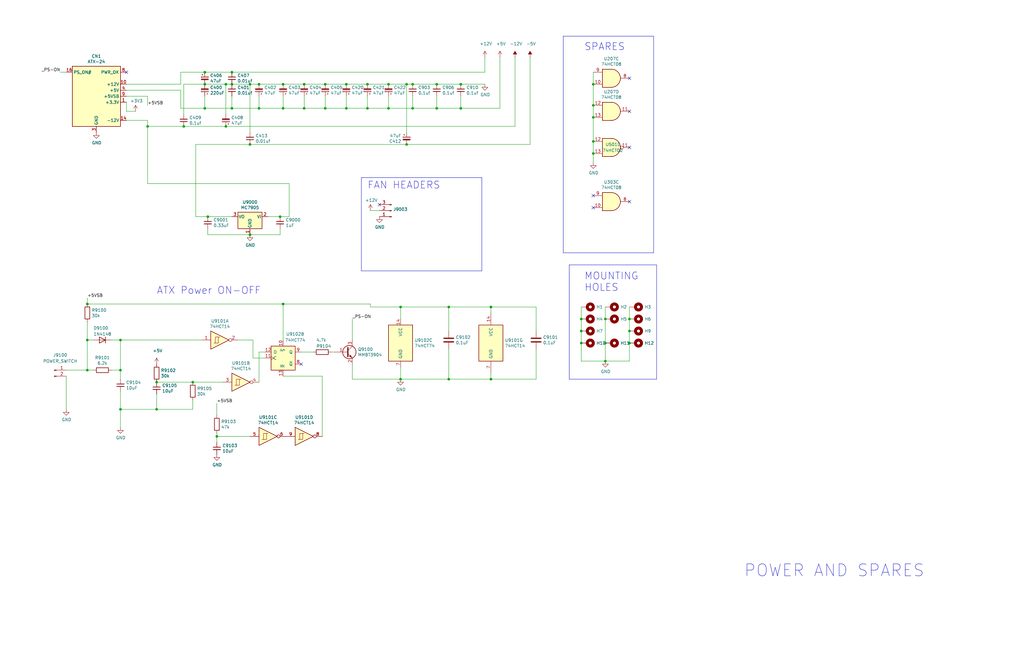
<source format=kicad_sch>
(kicad_sch (version 20230121) (generator eeschema)
  (paper "B")
  (title_block (title "Amiga 2000 EATX") (date "2023-03-10") (rev "3.0"))
  (lib_symbols
    (symbol "2000ATX-rescue:+3.3V-power" (power) (pin_names (offset 0))
      (property "Value" "+3.3V-power" (at 0 3.556 0))
      (symbol "+3.3V-power_1_1"
        (pin power_in line (at 0 0 90) (length 0) hide (name "+3V3") (number "1"))
      )
    )
    (symbol "2000ATX-rescue:CP_Small-Device" (pin_numbers hide) (pin_names (offset 0.254) hide)
      (property "Reference" "C" (at 0.254 1.778 0))
      (property "Value" "Device_CP_Small" (at 0.254 -2.032 0))
      (symbol "CP_Small-Device_1_1"
        (pin passive line (at 0 2.54 270) (length 1.8542) (name "~") (number "1"))
        (pin passive line (at 0 -2.54 90) (length 1.8542) (name "~") (number "2"))
      )
    )
    (symbol "2000ATX-rescue:Conn_01x02_Male-Connector" (pin_names (offset 1.016) hide)
      (property "Reference" "J" (at 0 2.54 0))
      (property "Value" "Connector_Conn_01x02_Male" (at 0 -5.08 0))
      (symbol "Conn_01x02_Male-Connector_1_1"
        (pin passive line (at 5.08 0 180) (length 3.81) (name "Pin_1") (number "1"))
        (pin passive line (at 5.08 -2.54 180) (length 3.81) (name "Pin_2") (number "2"))
      )
    )
    (symbol "2000ATX-rescue:Conn_01x03_Male-Connector" (pin_names (offset 1.016) hide)
      (property "Reference" "J" (at 0 5.08 0))
      (property "Value" "Connector_Conn_01x03_Male" (at 0 -5.08 0))
      (symbol "Conn_01x03_Male-Connector_1_1"
        (pin passive line (at 5.08 2.54 180) (length 3.81) (name "Pin_1") (number "1"))
        (pin passive line (at 5.08 0 180) (length 3.81) (name "Pin_2") (number "2"))
        (pin passive line (at 5.08 -2.54 180) (length 3.81) (name "Pin_3") (number "3"))
      )
    )
    (symbol "74xx:74HC14" (pin_names (offset 1.016))
      (property "Reference" "U" (at 0 1.27 0))
      (property "Value" "74HC14" (at 0 -1.27 0))
      (symbol "74HC14_1_0"
        (pin input line (at -7.62 0 0) (length 3.81) (name "~") (number "1"))
        (pin output inverted (at 7.62 0 180) (length 3.81) (name "~") (number "2"))
      )
      (symbol "74HC14_2_0"
        (pin input line (at -7.62 0 0) (length 3.81) (name "~") (number "3"))
        (pin output inverted (at 7.62 0 180) (length 3.81) (name "~") (number "4"))
      )
      (symbol "74HC14_3_0"
        (pin input line (at -7.62 0 0) (length 3.81) (name "~") (number "5"))
        (pin output inverted (at 7.62 0 180) (length 3.81) (name "~") (number "6"))
      )
      (symbol "74HC14_4_0"
        (pin output inverted (at 7.62 0 180) (length 3.81) (name "~") (number "8"))
        (pin input line (at -7.62 0 0) (length 3.81) (name "~") (number "9"))
      )
      (symbol "74HC14_5_0"
        (pin output inverted (at 7.62 0 180) (length 3.81) (name "~") (number "10"))
        (pin input line (at -7.62 0 0) (length 3.81) (name "~") (number "11"))
      )
      (symbol "74HC14_6_0"
        (pin output inverted (at 7.62 0 180) (length 3.81) (name "~") (number "12"))
        (pin input line (at -7.62 0 0) (length 3.81) (name "~") (number "13"))
      )
      (symbol "74HC14_7_0"
        (pin power_in line (at 0 12.7 270) (length 5.08) (name "VCC") (number "14"))
        (pin power_in line (at 0 -12.7 90) (length 5.08) (name "GND") (number "7"))
      )
    )
    (symbol "74xx:74HC74" (pin_names (offset 1.016))
      (property "Reference" "U" (at -7.62 8.89 0))
      (property "Value" "74HC74" (at -7.62 -8.89 0))
      (symbol "74HC74_1_0"
        (pin input line (at 0 -7.62 90) (length 2.54) (name "~{R}") (number "1"))
        (pin input line (at -7.62 2.54 0) (length 2.54) (name "D") (number "2"))
        (pin input clock (at -7.62 0 0) (length 2.54) (name "C") (number "3"))
        (pin input line (at 0 7.62 270) (length 2.54) (name "~{S}") (number "4"))
        (pin output line (at 7.62 2.54 180) (length 2.54) (name "Q") (number "5"))
        (pin output line (at 7.62 -2.54 180) (length 2.54) (name "~{Q}") (number "6"))
      )
      (symbol "74HC74_2_0"
        (pin input line (at 0 7.62 270) (length 2.54) (name "~{S}") (number "10"))
        (pin input clock (at -7.62 0 0) (length 2.54) (name "C") (number "11"))
        (pin input line (at -7.62 2.54 0) (length 2.54) (name "D") (number "12"))
        (pin input line (at 0 -7.62 90) (length 2.54) (name "~{R}") (number "13"))
        (pin output line (at 7.62 -2.54 180) (length 2.54) (name "~{Q}") (number "8"))
        (pin output line (at 7.62 2.54 180) (length 2.54) (name "Q") (number "9"))
      )
      (symbol "74HC74_3_0"
        (pin power_in line (at 0 10.16 270) (length 2.54) (name "VCC") (number "14"))
        (pin power_in line (at 0 -10.16 90) (length 2.54) (name "GND") (number "7"))
      )
    )
    (symbol "74xx:74LS00" (pin_names (offset 1.016))
      (property "Reference" "U501" (at -2.54 1.27 0))
      (property "Value" "74HCT00" (at -3.81 -1.27 0))
      (symbol "74LS00_1_1"
        (pin input line (at -7.62 2.54 0) (length 3.81) (name "~") (number "1"))
        (pin input line (at -7.62 -2.54 0) (length 3.81) (name "~") (number "2"))
        (pin output inverted (at 7.62 0 180) (length 3.81) (name "~") (number "3"))
      )
      (symbol "74LS00_1_2"
        (pin input inverted (at -7.62 2.54 0) (length 4.318) (name "~") (number "1"))
        (pin input inverted (at -7.62 -2.54 0) (length 4.318) (name "~") (number "2"))
        (pin output line (at 7.62 0 180) (length 3.81) (name "~") (number "3"))
      )
      (symbol "74LS00_2_1"
        (pin input line (at -7.62 2.54 0) (length 3.81) (name "~") (number "4"))
        (pin input line (at -7.62 -2.54 0) (length 3.81) (name "~") (number "5"))
        (pin output inverted (at 7.62 0 180) (length 3.81) (name "~") (number "6"))
      )
      (symbol "74LS00_2_2"
        (pin input inverted (at -7.62 2.54 0) (length 4.318) (name "~") (number "4"))
        (pin input inverted (at -7.62 -2.54 0) (length 4.318) (name "~") (number "5"))
        (pin output line (at 7.62 0 180) (length 3.81) (name "~") (number "6"))
      )
      (symbol "74LS00_3_1"
        (pin input line (at -7.62 -2.54 0) (length 3.81) (name "~") (number "10"))
        (pin output inverted (at 7.62 0 180) (length 3.81) (name "~") (number "8"))
        (pin input line (at -7.62 2.54 0) (length 3.81) (name "~") (number "9"))
      )
      (symbol "74LS00_3_2"
        (pin input inverted (at -7.62 -2.54 0) (length 4.318) (name "~") (number "10"))
        (pin output line (at 7.62 0 180) (length 3.81) (name "~") (number "8"))
        (pin input inverted (at -7.62 2.54 0) (length 4.318) (name "~") (number "9"))
      )
      (symbol "74LS00_4_1"
        (pin output inverted (at 7.62 0 180) (length 3.81) (name "~") (number "11"))
        (pin input line (at -7.62 2.54 0) (length 3.81) (name "~") (number "12"))
        (pin input line (at -7.62 -2.54 0) (length 3.81) (name "~") (number "13"))
      )
      (symbol "74LS00_4_2"
        (pin output line (at 7.62 0 180) (length 3.81) (name "~") (number "11"))
        (pin input inverted (at -7.62 2.54 0) (length 4.318) (name "~") (number "12"))
        (pin input inverted (at -7.62 -2.54 0) (length 4.318) (name "~") (number "13"))
      )
      (symbol "74LS00_5_0"
        (pin power_in line (at 0 10.16 270) (length 2.54) (name "VCC") (number "14"))
        (pin power_in line (at 0 -10.16 90) (length 2.54) (name "GND") (number "7"))
      )
    )
    (symbol "74xx:74LS08" (pin_names (offset 1.016))
      (property "Reference" "U" (at 0 1.27 0))
      (property "Value" "74LS08" (at 0 -1.27 0))
      (symbol "74LS08_1_1"
        (pin input line (at -7.62 2.54 0) (length 3.81) (name "~") (number "1"))
        (pin input line (at -7.62 -2.54 0) (length 3.81) (name "~") (number "2"))
        (pin output line (at 7.62 0 180) (length 3.81) (name "~") (number "3"))
      )
      (symbol "74LS08_1_2"
        (pin input inverted (at -7.62 2.54 0) (length 4.318) (name "~") (number "1"))
        (pin input inverted (at -7.62 -2.54 0) (length 4.318) (name "~") (number "2"))
        (pin output inverted (at 7.62 0 180) (length 3.81) (name "~") (number "3"))
      )
      (symbol "74LS08_2_1"
        (pin input line (at -7.62 2.54 0) (length 3.81) (name "~") (number "4"))
        (pin input line (at -7.62 -2.54 0) (length 3.81) (name "~") (number "5"))
        (pin output line (at 7.62 0 180) (length 3.81) (name "~") (number "6"))
      )
      (symbol "74LS08_2_2"
        (pin input inverted (at -7.62 2.54 0) (length 4.318) (name "~") (number "4"))
        (pin input inverted (at -7.62 -2.54 0) (length 4.318) (name "~") (number "5"))
        (pin output inverted (at 7.62 0 180) (length 3.81) (name "~") (number "6"))
      )
      (symbol "74LS08_3_1"
        (pin input line (at -7.62 -2.54 0) (length 3.81) (name "~") (number "10"))
        (pin output line (at 7.62 0 180) (length 3.81) (name "~") (number "8"))
        (pin input line (at -7.62 2.54 0) (length 3.81) (name "~") (number "9"))
      )
      (symbol "74LS08_3_2"
        (pin input inverted (at -7.62 -2.54 0) (length 4.318) (name "~") (number "10"))
        (pin output inverted (at 7.62 0 180) (length 3.81) (name "~") (number "8"))
        (pin input inverted (at -7.62 2.54 0) (length 4.318) (name "~") (number "9"))
      )
      (symbol "74LS08_4_1"
        (pin output line (at 7.62 0 180) (length 3.81) (name "~") (number "11"))
        (pin input line (at -7.62 2.54 0) (length 3.81) (name "~") (number "12"))
        (pin input line (at -7.62 -2.54 0) (length 3.81) (name "~") (number "13"))
      )
      (symbol "74LS08_4_2"
        (pin output inverted (at 7.62 0 180) (length 3.81) (name "~") (number "11"))
        (pin input inverted (at -7.62 2.54 0) (length 4.318) (name "~") (number "12"))
        (pin input inverted (at -7.62 -2.54 0) (length 4.318) (name "~") (number "13"))
      )
      (symbol "74LS08_5_0"
        (pin power_in line (at 0 12.7 270) (length 5.08) (name "VCC") (number "14"))
        (pin power_in line (at 0 -12.7 90) (length 5.08) (name "GND") (number "7"))
      )
    )
    (symbol "Amiga-Library:ATX-24-Amiga"
      (property "Reference" "CN400" (at 0 16.9418 0))
      (property "Value" "ATX-24" (at 0 14.6304 0))
      (symbol "ATX-24-Amiga_0_0"
        (pin power_out line (at 12.7 -2.54 180) (length 2.54) (name "+3.3V") (number "1"))
        (pin power_out line (at 12.7 -2.54 180) (length 2.54) hide (name "+3.3V") (number "13"))
        (pin power_out line (at 12.7 -2.54 180) (length 2.54) hide (name "+3.3V") (number "2"))
      )
      (symbol "ATX-24-Amiga_1_0"
        (pin power_out line (at 12.7 -2.54 180) (length 2.54) hide (name "+3.3V") (number "12"))
      )
      (symbol "ATX-24-Amiga_1_1"
        (pin power_out line (at 12.7 5.08 180) (length 2.54) (name "+12V") (number "10"))
        (pin passive line (at 12.7 5.08 180) (length 2.54) hide (name "+12V") (number "11"))
        (pin power_out line (at 12.7 -10.16 180) (length 2.54) (name "-12V") (number "14"))
        (pin passive line (at 0 -15.24 90) (length 2.54) hide (name "GND") (number "15"))
        (pin open_collector line (at -12.7 10.16 0) (length 2.54) (name "PS_ON#") (number "16"))
        (pin passive line (at 0 -15.24 90) (length 2.54) hide (name "GND") (number "17"))
        (pin passive line (at 0 -15.24 90) (length 2.54) hide (name "GND") (number "18"))
        (pin passive line (at 0 -15.24 90) (length 2.54) hide (name "GND") (number "19"))
        (pin no_connect line (at -10.16 0 0) (length 2.54) hide (name "NC") (number "20"))
        (pin passive line (at 12.7 2.54 180) (length 2.54) hide (name "+5V") (number "21"))
        (pin passive line (at 12.7 2.54 180) (length 2.54) hide (name "+5V") (number "22"))
        (pin passive line (at 12.7 2.54 180) (length 2.54) hide (name "+5V") (number "23"))
        (pin passive line (at 0 -15.24 90) (length 2.54) hide (name "GND") (number "24"))
        (pin power_out line (at 0 -15.24 90) (length 2.54) (name "GND") (number "3"))
        (pin power_out line (at 12.7 2.54 180) (length 2.54) (name "+5V") (number "4"))
        (pin passive line (at 0 -15.24 90) (length 2.54) hide (name "GND") (number "5"))
        (pin passive line (at 12.7 2.54 180) (length 2.54) hide (name "+5V") (number "6"))
        (pin passive line (at 0 -15.24 90) (length 2.54) hide (name "GND") (number "7"))
        (pin output line (at 12.7 10.16 180) (length 2.54) (name "PWR_OK") (number "8"))
        (pin power_out line (at 12.7 0 180) (length 2.54) (name "+5VSB") (number "9"))
      )
    )
    (symbol "Device:C" (pin_numbers hide) (pin_names (offset 0.254))
      (property "Reference" "C" (at 0.635 2.54 0))
      (property "Value" "C" (at 0.635 -2.54 0))
      (symbol "C_1_1"
        (pin passive line (at 0 3.81 270) (length 2.794) (name "~") (number "1"))
        (pin passive line (at 0 -3.81 90) (length 2.794) (name "~") (number "2"))
      )
    )
    (symbol "Device:C_Small" (pin_numbers hide) (pin_names (offset 0.254) hide)
      (property "Reference" "C" (at 0.254 1.778 0))
      (property "Value" "C_Small" (at 0.254 -2.032 0))
      (symbol "C_Small_1_1"
        (pin passive line (at 0 2.54 270) (length 2.032) (name "~") (number "1"))
        (pin passive line (at 0 -2.54 90) (length 2.032) (name "~") (number "2"))
      )
    )
    (symbol "Device:D" (pin_numbers hide) (pin_names (offset 1.016) hide)
      (property "Reference" "D" (at 0 2.54 0))
      (property "Value" "D" (at 0 -2.54 0))
      (symbol "D_1_1"
        (pin passive line (at -3.81 0 0) (length 2.54) (name "K") (number "1"))
        (pin passive line (at 3.81 0 180) (length 2.54) (name "A") (number "2"))
      )
    )
    (symbol "Device:R" (pin_numbers hide) (pin_names (offset 0))
      (property "Reference" "R" (at 2.032 0 90))
      (property "Value" "R" (at 0 0 90))
      (symbol "R_1_1"
        (pin passive line (at 0 3.81 270) (length 1.27) (name "~") (number "1"))
        (pin passive line (at 0 -3.81 90) (length 1.27) (name "~") (number "2"))
      )
    )
    (symbol "Mechanical:MountingHole_Pad" (pin_numbers hide) (pin_names (offset 1.016) hide)
      (property "Reference" "H" (at 0 6.35 0))
      (property "Value" "MountingHole_Pad" (at 0 4.445 0))
      (symbol "MountingHole_Pad_1_1"
        (pin input line (at 0 -2.54 90) (length 2.54) (name "1") (number "1"))
      )
    )
    (symbol "Regulator_Linear:MC7905" (pin_names (offset 0.254))
      (property "Reference" "U" (at -3.81 -3.175 0))
      (property "Value" "MC7905" (at 0 -3.175 0))
      (symbol "MC7905_1_1"
        (pin power_in line (at 0 7.62 270) (length 2.54) (name "GND") (number "1"))
        (pin power_in line (at -7.62 0 0) (length 2.54) (name "VI") (number "2"))
        (pin power_out line (at 7.62 0 180) (length 2.54) (name "VO") (number "3"))
      )
    )
    (symbol "Transistor_BJT:MMBT3904" (pin_names (offset 0) hide)
      (property "Reference" "Q" (at 5.08 1.905 0))
      (property "Value" "MMBT3904" (at 5.08 0 0))
      (symbol "MMBT3904_1_1"
        (pin input line (at -5.08 0 0) (length 5.715) (name "B") (number "1"))
        (pin passive line (at 2.54 -5.08 90) (length 2.54) (name "E") (number "2"))
        (pin passive line (at 2.54 5.08 270) (length 2.54) (name "C") (number "3"))
      )
    )
    (symbol "power:+12V" (power) (pin_names (offset 0))
      (property "Value" "+12V" (at 0 3.556 0))
      (symbol "+12V_1_1"
        (pin power_in line (at 0 0 90) (length 0) hide (name "+12V") (number "1"))
      )
    )
    (symbol "power:+5V" (power) (pin_names (offset 0))
      (property "Value" "+5V" (at 0 3.556 0))
      (symbol "+5V_1_1"
        (pin power_in line (at 0 0 90) (length 0) hide (name "+5V") (number "1"))
      )
    )
    (symbol "power:-12V" (power) (pin_names (offset 0))
      (property "Value" "-12V" (at 0 3.81 0))
      (symbol "-12V_0_0"
        (pin power_in line (at 0 0 90) (length 0) hide (name "-12V") (number "1"))
      )
    )
    (symbol "power:-5V" (power) (pin_names (offset 0))
      (property "Value" "-5V" (at 0 3.81 0))
      (symbol "-5V_0_0"
        (pin power_in line (at 0 0 90) (length 0) hide (name "-5V") (number "1"))
      )
    )
    (symbol "power:GND" (power) (pin_names (offset 0))
      (property "Value" "GND" (at 0 -3.81 0))
      (symbol "GND_1_1"
        (pin power_in line (at 0 0 270) (length 0) hide (name "GND") (number "1"))
      )
    )
  )
  (junction (at 128.27 45.72))
  (junction (at 184.15 35.56))
  (junction (at 250.19 35.56))
  (junction (at 265.43 139.7))
  (junction (at 118.11 91.44))
  (junction (at 250.19 44.45))
  (junction (at 250.19 59.69))
  (junction (at 119.38 128.27))
  (junction (at 245.11 139.7))
  (junction (at 86.36 35.56))
  (junction (at 86.36 45.72))
  (junction (at 173.99 35.56))
  (junction (at 189.23 129.54))
  (junction (at 265.43 144.78))
  (junction (at 81.28 161.29))
  (junction (at 109.22 45.72))
  (junction (at 97.79 35.56))
  (junction (at 163.83 35.56))
  (junction (at 66.04 172.72))
  (junction (at 105.41 99.06))
  (junction (at 97.79 45.72))
  (junction (at 163.83 45.72))
  (junction (at 137.16 45.72))
  (junction (at 36.83 143.51))
  (junction (at 265.43 134.62))
  (junction (at 245.11 144.78))
  (junction (at 77.47 53.34))
  (junction (at 245.11 134.62))
  (junction (at 207.01 129.54))
  (junction (at 105.41 35.56))
  (junction (at 86.36 30.48))
  (junction (at 255.27 144.78))
  (junction (at 173.99 45.72))
  (junction (at 119.38 35.56))
  (junction (at 50.8 143.51))
  (junction (at 119.38 45.72))
  (junction (at 171.45 35.56))
  (junction (at 109.22 35.56))
  (junction (at 184.15 45.72))
  (junction (at 154.94 45.72))
  (junction (at 171.45 60.96))
  (junction (at 105.41 60.96))
  (junction (at 189.23 160.02))
  (junction (at 194.31 35.56))
  (junction (at 91.44 184.15))
  (junction (at 95.25 53.34))
  (junction (at 250.19 49.53))
  (junction (at 62.23 53.34))
  (junction (at 50.8 156.21))
  (junction (at 255.27 134.62))
  (junction (at 168.91 129.54))
  (junction (at 168.91 160.02))
  (junction (at 128.27 35.56))
  (junction (at 50.8 172.72))
  (junction (at 36.83 128.27))
  (junction (at 66.04 161.29))
  (junction (at 87.63 91.44))
  (junction (at 207.01 160.02))
  (junction (at 146.05 35.56))
  (junction (at 97.79 30.48))
  (junction (at 250.19 64.77))
  (junction (at 137.16 35.56))
  (junction (at 95.25 35.56))
  (junction (at 36.83 156.21))
  (junction (at 146.05 45.72))
  (junction (at 154.94 35.56))
  (junction (at 194.31 45.72))
  (junction (at 255.27 152.4))
  (no_connect (at 127 153.67))
  (no_connect (at 53.34 30.48))
  (no_connect (at 265.43 85.09))
  (no_connect (at 250.19 87.63))
  (no_connect (at 160.02 86.36))
  (no_connect (at 265.43 33.02))
  (no_connect (at 265.43 62.23))
  (no_connect (at 265.43 46.99))
  (no_connect (at 250.19 82.55))
  (wire (pts (xy 105.41 60.96) (xy 171.45 60.96)))
  (wire (pts (xy 86.36 30.48) (xy 97.79 30.48)))
  (wire (pts (xy 173.99 35.56) (xy 184.15 35.56)))
  (wire (pts (xy 81.28 161.29) (xy 93.98 161.29)))
  (wire (pts (xy 86.36 35.56) (xy 95.25 35.56)))
  (wire (pts (xy 106.68 151.13) (xy 106.68 143.51)))
  (wire (pts (xy 62.23 40.64) (xy 62.23 44.45)))
  (wire (pts (xy 119.38 45.72) (xy 128.27 45.72)))
  (wire (pts (xy 173.99 45.72) (xy 184.15 45.72)))
  (wire (pts (xy 245.11 144.78) (xy 245.11 139.7)))
  (wire (pts (xy 86.36 35.56) (xy 77.47 35.56)))
  (wire (pts (xy 184.15 40.64) (xy 184.15 45.72)))
  (wire (pts (xy 154.94 40.64) (xy 154.94 45.72)))
  (wire (pts (xy 250.19 64.77) (xy 250.19 68.58)))
  (wire (pts (xy 156.21 128.27) (xy 156.21 129.54)))
  (wire (pts (xy 105.41 99.06) (xy 118.11 99.06)))
  (wire (pts (xy 250.19 49.53) (xy 250.19 44.45)))
  (wire (pts (xy 148.59 134.62) (xy 148.59 143.51)))
  (wire (pts (xy 95.25 48.26) (xy 95.25 35.56)))
  (wire (pts (xy 207.01 129.54) (xy 226.06 129.54)))
  (wire (pts (xy 39.37 143.51) (xy 36.83 143.51)))
  (wire (pts (xy 265.43 129.54) (xy 265.43 134.62)))
  (wire (pts (xy 91.44 184.15) (xy 105.41 184.15)))
  (wire (pts (xy 91.44 184.15) (xy 91.44 182.88)))
  (wire (pts (xy 109.22 35.56) (xy 119.38 35.56)))
  (wire (pts (xy 50.8 172.72) (xy 50.8 180.34)))
  (wire (pts (xy 50.8 160.02) (xy 50.8 156.21)))
  (wire (pts (xy 82.55 60.96) (xy 82.55 91.44)))
  (wire (pts (xy 245.11 152.4) (xy 245.11 144.78)))
  (wire (pts (xy 207.01 157.48) (xy 207.01 160.02)))
  (polyline (pts (xy 237.49 15.24) (xy 275.59 15.24)))
  (wire (pts (xy 111.76 148.59) (xy 109.22 148.59)))
  (wire (pts (xy 250.19 59.69) (xy 250.19 49.53)))
  (wire (pts (xy 111.76 151.13) (xy 106.68 151.13)))
  (wire (pts (xy 163.83 35.56) (xy 171.45 35.56)))
  (wire (pts (xy 62.23 53.34) (xy 62.23 77.47)))
  (wire (pts (xy 53.34 35.56) (xy 76.2 35.56)))
  (wire (pts (xy 77.47 53.34) (xy 95.25 53.34)))
  (wire (pts (xy 265.43 144.78) (xy 265.43 152.4)))
  (wire (pts (xy 255.27 152.4) (xy 245.11 152.4)))
  (wire (pts (xy 113.03 91.44) (xy 118.11 91.44)))
  (wire (pts (xy 81.28 168.91) (xy 81.28 172.72)))
  (polyline (pts (xy 152.4 74.93) (xy 152.4 114.3)))
  (wire (pts (xy 189.23 129.54) (xy 207.01 129.54)))
  (wire (pts (xy 128.27 35.56) (xy 137.16 35.56)))
  (wire (pts (xy 163.83 45.72) (xy 173.99 45.72)))
  (wire (pts (xy 50.8 165.1) (xy 50.8 172.72)))
  (polyline (pts (xy 203.2 74.93) (xy 152.4 74.93)))
  (wire (pts (xy 128.27 45.72) (xy 137.16 45.72)))
  (wire (pts (xy 163.83 40.64) (xy 163.83 45.72)))
  (wire (pts (xy 36.83 135.89) (xy 36.83 143.51)))
  (wire (pts (xy 137.16 35.56) (xy 146.05 35.56)))
  (wire (pts (xy 119.38 128.27) (xy 156.21 128.27)))
  (wire (pts (xy 36.83 143.51) (xy 36.83 156.21)))
  (wire (pts (xy 91.44 170.18) (xy 91.44 175.26)))
  (wire (pts (xy 168.91 129.54) (xy 156.21 129.54)))
  (wire (pts (xy 146.05 40.64) (xy 146.05 45.72)))
  (wire (pts (xy 189.23 160.02) (xy 207.01 160.02)))
  (wire (pts (xy 226.06 129.54) (xy 226.06 139.7)))
  (wire (pts (xy 119.38 40.64) (xy 119.38 45.72)))
  (wire (pts (xy 66.04 161.29) (xy 81.28 161.29)))
  (wire (pts (xy 105.41 99.06) (xy 87.63 99.06)))
  (wire (pts (xy 139.7 148.59) (xy 140.97 148.59)))
  (wire (pts (xy 97.79 30.48) (xy 204.47 30.48)))
  (wire (pts (xy 119.38 143.51) (xy 119.38 128.27)))
  (wire (pts (xy 189.23 129.54) (xy 189.23 139.7)))
  (wire (pts (xy 135.89 184.15) (xy 135.89 158.75)))
  (wire (pts (xy 53.34 43.18) (xy 53.34 46.99)))
  (wire (pts (xy 210.82 24.13) (xy 210.82 45.72)))
  (wire (pts (xy 27.94 172.72) (xy 27.94 158.75)))
  (wire (pts (xy 97.79 45.72) (xy 109.22 45.72)))
  (wire (pts (xy 105.41 35.56) (xy 105.41 55.88)))
  (wire (pts (xy 154.94 45.72) (xy 163.83 45.72)))
  (wire (pts (xy 62.23 50.8) (xy 62.23 53.34)))
  (wire (pts (xy 207.01 160.02) (xy 226.06 160.02)))
  (wire (pts (xy 223.52 60.96) (xy 223.52 24.13)))
  (wire (pts (xy 50.8 143.51) (xy 50.8 156.21)))
  (wire (pts (xy 97.79 91.44) (xy 87.63 91.44)))
  (wire (pts (xy 86.36 40.64) (xy 86.36 45.72)))
  (wire (pts (xy 86.36 45.72) (xy 97.79 45.72)))
  (polyline (pts (xy 237.49 106.68) (xy 275.59 106.68)))
  (wire (pts (xy 184.15 45.72) (xy 194.31 45.72)))
  (wire (pts (xy 250.19 44.45) (xy 250.19 35.56)))
  (wire (pts (xy 53.34 38.1) (xy 76.2 38.1)))
  (wire (pts (xy 135.89 158.75) (xy 119.38 158.75)))
  (wire (pts (xy 189.23 147.32) (xy 189.23 160.02)))
  (wire (pts (xy 189.23 160.02) (xy 168.91 160.02)))
  (wire (pts (xy 255.27 129.54) (xy 255.27 134.62)))
  (wire (pts (xy 137.16 40.64) (xy 137.16 45.72)))
  (polyline (pts (xy 276.86 111.76) (xy 240.03 111.76)))
  (wire (pts (xy 106.68 143.51) (xy 100.33 143.51)))
  (wire (pts (xy 168.91 129.54) (xy 168.91 134.62)))
  (wire (pts (xy 118.11 99.06) (xy 118.11 96.52)))
  (wire (pts (xy 154.94 35.56) (xy 163.83 35.56)))
  (wire (pts (xy 250.19 35.56) (xy 250.19 30.48)))
  (wire (pts (xy 91.44 186.69) (xy 91.44 184.15)))
  (wire (pts (xy 250.19 64.77) (xy 250.19 59.69)))
  (wire (pts (xy 25.4 30.48) (xy 27.94 30.48)))
  (polyline (pts (xy 240.03 111.76) (xy 240.03 160.02)))
  (wire (pts (xy 255.27 144.78) (xy 255.27 152.4)))
  (wire (pts (xy 194.31 35.56) (xy 204.47 35.56)))
  (wire (pts (xy 53.34 50.8) (xy 62.23 50.8)))
  (wire (pts (xy 95.25 35.56) (xy 97.79 35.56)))
  (polyline (pts (xy 152.4 114.3) (xy 203.2 114.3)))
  (wire (pts (xy 245.11 139.7) (xy 245.11 134.62)))
  (wire (pts (xy 39.37 156.21) (xy 36.83 156.21)))
  (wire (pts (xy 109.22 148.59) (xy 109.22 161.29)))
  (wire (pts (xy 207.01 132.08) (xy 207.01 129.54)))
  (wire (pts (xy 265.43 134.62) (xy 265.43 139.7)))
  (polyline (pts (xy 203.2 114.3) (xy 203.2 74.93)))
  (wire (pts (xy 76.2 45.72) (xy 86.36 45.72)))
  (wire (pts (xy 265.43 139.7) (xy 265.43 144.78)))
  (wire (pts (xy 255.27 134.62) (xy 255.27 144.78)))
  (wire (pts (xy 148.59 153.67) (xy 148.59 160.02)))
  (wire (pts (xy 53.34 46.99) (xy 57.15 46.99)))
  (wire (pts (xy 168.91 154.94) (xy 168.91 160.02)))
  (wire (pts (xy 87.63 91.44) (xy 82.55 91.44)))
  (wire (pts (xy 36.83 128.27) (xy 119.38 128.27)))
  (wire (pts (xy 77.47 53.34) (xy 62.23 53.34)))
  (wire (pts (xy 146.05 45.72) (xy 154.94 45.72)))
  (wire (pts (xy 194.31 45.72) (xy 210.82 45.72)))
  (wire (pts (xy 127 148.59) (xy 132.08 148.59)))
  (polyline (pts (xy 275.59 15.24) (xy 275.59 106.68)))
  (wire (pts (xy 50.8 143.51) (xy 85.09 143.51)))
  (wire (pts (xy 137.16 45.72) (xy 146.05 45.72)))
  (wire (pts (xy 105.41 60.96) (xy 82.55 60.96)))
  (wire (pts (xy 62.23 77.47) (xy 121.92 77.47)))
  (wire (pts (xy 76.2 38.1) (xy 76.2 45.72)))
  (wire (pts (xy 105.41 35.56) (xy 109.22 35.56)))
  (wire (pts (xy 245.11 134.62) (xy 245.11 129.54)))
  (wire (pts (xy 168.91 160.02) (xy 148.59 160.02)))
  (wire (pts (xy 109.22 45.72) (xy 119.38 45.72)))
  (wire (pts (xy 119.38 35.56) (xy 128.27 35.56)))
  (polyline (pts (xy 237.49 15.24) (xy 237.49 106.68)))
  (wire (pts (xy 36.83 125.73) (xy 36.83 128.27)))
  (wire (pts (xy 76.2 35.56) (xy 76.2 30.48)))
  (wire (pts (xy 46.99 156.21) (xy 50.8 156.21)))
  (wire (pts (xy 204.47 30.48) (xy 204.47 24.13)))
  (wire (pts (xy 77.47 35.56) (xy 77.47 48.26)))
  (wire (pts (xy 66.04 172.72) (xy 50.8 172.72)))
  (wire (pts (xy 95.25 53.34) (xy 217.17 53.34)))
  (wire (pts (xy 171.45 60.96) (xy 223.52 60.96)))
  (wire (pts (xy 109.22 40.64) (xy 109.22 45.72)))
  (wire (pts (xy 128.27 40.64) (xy 128.27 45.72)))
  (wire (pts (xy 118.11 91.44) (xy 121.92 91.44)))
  (wire (pts (xy 184.15 35.56) (xy 194.31 35.56)))
  (wire (pts (xy 194.31 40.64) (xy 194.31 45.72)))
  (wire (pts (xy 189.23 129.54) (xy 168.91 129.54)))
  (wire (pts (xy 171.45 55.88) (xy 171.45 35.56)))
  (wire (pts (xy 171.45 35.56) (xy 173.99 35.56)))
  (wire (pts (xy 87.63 99.06) (xy 87.63 96.52)))
  (polyline (pts (xy 276.86 160.02) (xy 276.86 111.76)))
  (polyline (pts (xy 240.03 160.02) (xy 276.86 160.02)))
  (wire (pts (xy 97.79 40.64) (xy 97.79 45.72)))
  (wire (pts (xy 66.04 166.37) (xy 66.04 172.72)))
  (wire (pts (xy 121.92 91.44) (xy 121.92 77.47)))
  (wire (pts (xy 76.2 30.48) (xy 86.36 30.48)))
  (wire (pts (xy 226.06 160.02) (xy 226.06 147.32)))
  (wire (pts (xy 173.99 40.64) (xy 173.99 45.72)))
  (wire (pts (xy 27.94 156.21) (xy 36.83 156.21)))
  (wire (pts (xy 53.34 40.64) (xy 62.23 40.64)))
  (wire (pts (xy 50.8 143.51) (xy 46.99 143.51)))
  (wire (pts (xy 146.05 35.56) (xy 154.94 35.56)))
  (wire (pts (xy 66.04 172.72) (xy 81.28 172.72)))
  (wire (pts (xy 265.43 152.4) (xy 255.27 152.4)))
  (wire (pts (xy 97.79 35.56) (xy 105.41 35.56)))
  (wire (pts (xy 217.17 53.34) (xy 217.17 24.13)))
  (wire (pts (xy 160.02 88.9) (xy 156.21 88.9)))
  (text "SPARES" (at 246.38 21.59 0) (effects (font (size 2.9972 2.9972)) (justify left bottom)))
  (text "ATX Power ON-OFF" (at 66.04 124.46 0) (effects (font (size 2.9972 2.9972)) (justify left bottom)))
  (text "POWER AND SPARES" (at 313.69 243.84 0) (effects (font (size 5.0038 5.0038)) (justify left bottom)))
  (text "MOUNTING\nHOLES" (at 246.38 123.19 0) (effects (font (size 2.9972 2.9972)) (justify left bottom)))
  (text "FAN HEADERS" (at 154.94 80.01 0) (effects (font (size 2.9972 2.9972)) (justify left bottom)))
  (label "_PS-ON" (at 148.59 134.62 0))
  (label "+5VSB" (at 36.83 125.73 0))
  (label "_PS-ON" (at 25.4 30.48 180))
  (label "+5VSB" (at 91.44 170.18 0))
  (label "+5VSB" (at 62.23 44.45 0))
  (symbol (lib_id "Mechanical:MountingHole_Pad") (at 247.65 129.54 270) (unit 1)
    (property "Reference" "H1" (at 251.46 129.54 90) (effects (justify left)))
    (property "Value" "MountingHole_Pad" (effects hide))
    (property "Footprint" "AmigaFootprints:MountingHole_Pad" (effects hide))
  )
  (symbol (lib_id "Mechanical:MountingHole_Pad") (at 247.65 134.62 270) (unit 1)
    (property "Reference" "H4" (at 251.46 134.62 90) (effects (justify left)))
    (property "Value" "MountingHole_Pad" (effects hide))
    (property "Footprint" "AmigaFootprints:MountingHole_Pad" (effects hide))
  )
  (symbol (lib_id "Mechanical:MountingHole_Pad") (at 247.65 139.7 270) (unit 1)
    (property "Reference" "H7" (at 251.46 139.7 90) (effects (justify left)))
    (property "Value" "MountingHole_Pad" (effects hide))
    (property "Footprint" "AmigaFootprints:MountingHole_Pad" (effects hide))
  )
  (symbol (lib_id "Mechanical:MountingHole_Pad") (at 247.65 144.78 270) (unit 1)
    (property "Reference" "H10" (at 251.46 144.78 90) (effects (justify left)))
    (property "Value" "MountingHole_Pad" (effects hide))
    (property "Footprint" "AmigaFootprints:MountingHole_Pad" (effects hide))
  )
  (symbol (lib_id "Mechanical:MountingHole_Pad") (at 257.81 129.54 270) (unit 1)
    (property "Reference" "H2" (at 261.62 129.54 90) (effects (justify left)))
    (property "Value" "MountingHole_Pad" (effects hide))
    (property "Footprint" "AmigaFootprints:MountingHole_Pad" (effects hide))
  )
  (symbol (lib_id "Mechanical:MountingHole_Pad") (at 257.81 134.62 270) (unit 1)
    (property "Reference" "H5" (at 261.62 134.62 90) (effects (justify left)))
    (property "Value" "MountingHole_Pad" (effects hide))
    (property "Footprint" "AmigaFootprints:MountingHole_Pad" (effects hide))
  )
  (symbol (lib_id "Mechanical:MountingHole_Pad") (at 257.81 144.78 270) (unit 1)
    (property "Reference" "H11" (at 261.62 144.78 90) (effects (justify left)))
    (property "Value" "MountingHole_Pad" (effects hide))
    (property "Footprint" "AmigaFootprints:MountingHole_Pad" (effects hide))
  )
  (symbol (lib_id "Mechanical:MountingHole_Pad") (at 267.97 129.54 270) (unit 1)
    (property "Reference" "H3" (at 271.78 129.54 90) (effects (justify left)))
    (property "Value" "MountingHole_Pad" (effects hide))
    (property "Footprint" "AmigaFootprints:MountingHole_Pad" (effects hide))
  )
  (symbol (lib_id "Mechanical:MountingHole_Pad") (at 267.97 134.62 270) (unit 1)
    (property "Reference" "H6" (at 271.78 134.62 90) (effects (justify left)))
    (property "Value" "MountingHole_Pad" (effects hide))
    (property "Footprint" "AmigaFootprints:MountingHole_Pad" (effects hide))
  )
  (symbol (lib_id "Mechanical:MountingHole_Pad") (at 267.97 144.78 270) (unit 1)
    (property "Reference" "H12" (at 271.78 144.78 90) (effects (justify left)))
    (property "Value" "MountingHole_Pad" (effects hide))
    (property "Footprint" "AmigaFootprints:MountingHole_Pad" (effects hide))
  )
  (symbol (lib_id "power:GND") (at 255.27 152.4 0) (unit 1)
    (property "Reference" "#PWR0357" (effects hide))
    (property "Value" "GND" (at 255.397 156.7942 0))
  )
  (symbol (lib_id "power:GND") (at 27.94 172.72 0) (unit 1)
    (property "Reference" "#PWR0177" (effects hide))
    (property "Value" "GND" (at 28.067 177.1142 0))
  )
  (symbol (lib_id "Device:C") (at 189.23 143.51 0) (unit 1)
    (property "Reference" "C9102" (at 192.151 142.3416 0) (effects (justify left)))
    (property "Value" "0.1uF" (at 192.151 144.653 0) (effects (justify left)))
    (property "Footprint" "Capacitor_SMD:C_1206_3216Metric" (effects hide))
  )
  (symbol (lib_id "Device:C") (at 226.06 143.51 0) (unit 1)
    (property "Reference" "C9101" (at 228.981 142.3416 0) (effects (justify left)))
    (property "Value" "0.1uF" (at 228.981 144.653 0) (effects (justify left)))
    (property "Footprint" "Capacitor_SMD:C_1206_3216Metric" (effects hide))
  )
  (symbol (lib_id "Regulator_Linear:MC7905") (at 105.41 91.44 180) (unit 1)
    (property "Reference" "U9000" (at 105.41 85.2932 0))
    (property "Value" "MC7905" (at 105.41 87.6046 0))
    (property "Footprint" "AmigaFootprints:TO-263-3_TabPin2" (effects hide))
    (property "Datasheet" "http://www.onsemi.com/pub/Collateral/MC7900-D.PDF" (effects hide))
  )
  (symbol (lib_id "power:GND") (at 105.41 99.06 0) (unit 1)
    (property "Reference" "#PWR0165" (effects hide))
    (property "Value" "GND" (at 105.537 103.4542 0))
  )
  (symbol (lib_id "power:GND") (at 40.64 55.88 0) (unit 1)
    (property "Reference" "#PWR0166" (effects hide))
    (property "Value" "GND" (at 40.767 60.2742 0))
  )
  (symbol (lib_id "power:-12V") (at 217.17 24.13 0) (unit 1)
    (property "Reference" "#PWR0167" (effects hide))
    (property "Value" "-12V" (at 217.6018 18.4658 0))
  )
  (symbol (lib_id "power:-5V") (at 223.52 24.13 0) (unit 1)
    (property "Reference" "#PWR0168" (effects hide))
    (property "Value" "-5V" (at 223.9518 18.4658 0))
  )
  (symbol (lib_id "Device:C_Small") (at 87.63 93.98 0) (unit 1)
    (property "Reference" "C9001" (at 89.9668 92.8116 0) (effects (justify left)))
    (property "Value" "0.33uF" (at 89.9668 95.123 0) (effects (justify left)))
    (property "Footprint" "Capacitor_SMD:C_1206_3216Metric" (effects hide))
  )
  (symbol (lib_id "Device:C_Small") (at 118.11 93.98 0) (unit 1)
    (property "Reference" "C9000" (at 120.4468 92.8116 0) (effects (justify left)))
    (property "Value" "1uF" (at 120.4468 95.123 0) (effects (justify left)))
    (property "Footprint" "Capacitor_SMD:C_1206_3216Metric" (effects hide))
  )
  (symbol (lib_id "2000ATX-rescue:Conn_01x02_Male-Connector") (at 22.86 156.21 0) (unit 1)
    (property "Reference" "J9100" (at 25.4 149.86 0))
    (property "Value" "POWER_SWITCH" (at 25.4 152.4 0))
    (property "Footprint" "Connector_PinHeader_2.54mm:PinHeader_1x02_P2.54mm_Vertical" (effects hide))
  )
  (symbol (lib_id "power:GND") (at 50.8 180.34 0) (unit 1)
    (property "Reference" "#PWR0169" (effects hide))
    (property "Value" "GND" (at 50.927 184.7342 0))
  )
  (symbol (lib_id "74xx:74HC14") (at 92.71 143.51 0) (unit 1)
    (property "Reference" "U9101" (at 92.71 135.4582 0))
    (property "Value" "74HCT14" (at 92.71 137.7696 0))
    (property "Footprint" "Package_SO:SOIC-14_3.9x8.7mm_P1.27mm" (effects hide))
    (property "Datasheet" "74xx/74hc_hct74.pdf" (effects hide))
  )
  (symbol (lib_id "74xx:74HC14") (at 113.03 184.15 0) (unit 3)
    (property "Reference" "U9101" (at 113.03 176.0982 0))
    (property "Value" "74HCT14" (at 113.03 178.4096 0))
    (property "Footprint" "Package_SO:SOIC-14_3.9x8.7mm_P1.27mm" (effects hide))
    (property "Datasheet" "74xx/74hc_hct74.pdf" (effects hide))
  )
  (symbol (lib_id "74xx:74HC14") (at 128.27 184.15 0) (unit 4)
    (property "Reference" "U9101" (at 128.27 176.0982 0))
    (property "Value" "74HCT14" (at 128.27 178.4096 0))
    (property "Footprint" "Package_SO:SOIC-14_3.9x8.7mm_P1.27mm" (effects hide))
    (property "Datasheet" "74xx/74hc_hct74.pdf" (effects hide))
  )
  (symbol (lib_id "74xx:74HC74") (at 119.38 151.13 0) (unit 2)
    (property "Reference" "U9102" (at 124.46 140.97 0))
    (property "Value" "74HCT74" (at 124.46 143.51 0))
    (property "Footprint" "Package_SO:SOIC-14_3.9x8.7mm_P1.27mm" (effects hide))
    (property "Datasheet" "74xx/74hc_hct74.pdf" (effects hide))
  )
  (symbol (lib_id "Device:R") (at 36.83 132.08 0) (unit 1)
    (property "Reference" "R9100" (at 38.608 130.9116 0) (effects (justify left)))
    (property "Value" "30k" (at 38.608 133.223 0) (effects (justify left)))
    (property "Footprint" "Resistor_SMD:R_1206_3216Metric" (effects hide))
  )
  (symbol (lib_id "Device:R") (at 66.04 157.48 0) (unit 1)
    (property "Reference" "R9102" (at 67.818 156.3116 0) (effects (justify left)))
    (property "Value" "30k" (at 67.818 158.623 0) (effects (justify left)))
    (property "Footprint" "Resistor_SMD:R_1206_3216Metric" (effects hide))
  )
  (symbol (lib_id "Device:R") (at 43.18 156.21 270) (unit 1)
    (property "Reference" "R9101" (at 43.18 150.9522 90))
    (property "Value" "6.2k" (at 43.18 153.2636 90))
    (property "Footprint" "Resistor_SMD:R_1206_3216Metric" (effects hide))
  )
  (symbol (lib_id "Device:D") (at 43.18 143.51 180) (unit 1)
    (property "Reference" "D9100" (at 45.72 138.43 0) (effects (justify left)))
    (property "Value" "1N4148" (at 46.99 140.97 0) (effects (justify left)))
    (property "Footprint" "Diode_SMD:D_SOD-323" (effects hide))
  )
  (symbol (lib_id "2000ATX-rescue:Conn_01x03_Male-Connector") (at 165.1 88.9 180) (unit 1)
    (property "Reference" "J9003" (at 165.8112 88.3412 0) (effects (justify right)))
    (property "Value" "Case Fan" (effects hide))
    (property "Footprint" "AmigaFootprints:FanHeader_1x03_P2.54mm_Vertical" (effects hide))
  )
  (symbol (lib_id "power:GND") (at 160.02 91.44 0) (unit 1)
    (property "Reference" "#PWR0212" (effects hide))
    (property "Value" "GND" (at 160.147 95.8342 0))
  )
  (symbol (lib_id "power:+12V") (at 156.21 88.9 0) (unit 1)
    (property "Reference" "#PWR0213" (effects hide))
    (property "Value" "+12V" (at 156.591 84.5058 0))
  )
  (symbol (lib_id "Device:C_Small") (at 50.8 162.56 0) (unit 1)
    (property "Reference" "C9104" (at 53.1368 161.3916 0) (effects (justify left)))
    (property "Value" "10uF" (at 53.1368 163.703 0) (effects (justify left)))
    (property "Footprint" "Capacitor_SMD:C_1206_3216Metric" (effects hide))
  )
  (symbol (lib_id "Device:C_Small") (at 91.44 189.23 0) (unit 1)
    (property "Reference" "C9103" (at 93.7768 188.0616 0) (effects (justify left)))
    (property "Value" "10uF" (at 93.7768 190.373 0) (effects (justify left)))
    (property "Footprint" "Capacitor_SMD:C_1206_3216Metric" (effects hide))
  )
  (symbol (lib_id "power:GND") (at 204.47 35.56 0) (unit 1)
    (property "Reference" "#PWR0170" (effects hide))
    (property "Value" "GND" (at 204.597 39.9542 0))
  )
  (symbol (lib_id "2000ATX-rescue:CP_Small-Device") (at 86.36 33.02 0) (unit 1)
    (property "Reference" "C406" (at 88.5952 31.8516 0) (effects (justify left)))
    (property "Value" "47uF" (at 88.5952 34.163 0) (effects (justify left)))
    (property "Footprint" "Capacitor_SMD:CP_Elec_8x10" (effects hide))
  )
  (symbol (lib_id "Device:C_Small") (at 97.79 33.02 0) (unit 1)
    (property "Reference" "C407" (at 100.1268 31.8516 0) (effects (justify left)))
    (property "Value" "0.01uf" (at 100.1268 34.163 0) (effects (justify left)))
    (property "Footprint" "Capacitor_SMD:C_1206_3216Metric" (effects hide))
  )
  (symbol (lib_id "power:+12V") (at 204.47 24.13 0) (unit 1)
    (property "Reference" "#PWR0171" (effects hide))
    (property "Value" "+12V" (at 204.9018 18.4658 0))
  )
  (symbol (lib_id "2000ATX-rescue:CP_Small-Device") (at 86.36 38.1 180) (unit 1)
    (property "Reference" "C400" (at 88.5952 36.9316 0) (effects (justify right)))
    (property "Value" "220uF" (at 88.5952 39.243 0) (effects (justify right)))
    (property "Footprint" "Capacitor_SMD:CP_Elec_8x10" (effects hide))
  )
  (symbol (lib_id "Device:C_Small") (at 97.79 38.1 180) (unit 1)
    (property "Reference" "C401" (at 100.1268 36.9316 0) (effects (justify right)))
    (property "Value" "0.01uf" (at 100.1268 39.243 0) (effects (justify right)))
    (property "Footprint" "Capacitor_SMD:C_1206_3216Metric" (effects hide))
  )
  (symbol (lib_id "2000ATX-rescue:CP_Small-Device") (at 109.22 38.1 180) (unit 1)
    (property "Reference" "C402" (at 111.4552 36.9316 0) (effects (justify right)))
    (property "Value" "47uF" (at 111.4552 39.243 0) (effects (justify right)))
    (property "Footprint" "Capacitor_SMD:CP_Elec_8x10" (effects hide))
  )
  (symbol (lib_id "2000ATX-rescue:CP_Small-Device") (at 119.38 38.1 180) (unit 1)
    (property "Reference" "C403" (at 121.6152 36.9316 0) (effects (justify right)))
    (property "Value" "47uF" (at 121.6152 39.243 0) (effects (justify right)))
    (property "Footprint" "Capacitor_SMD:CP_Elec_8x10" (effects hide))
  )
  (symbol (lib_id "2000ATX-rescue:CP_Small-Device") (at 128.27 38.1 180) (unit 1)
    (property "Reference" "C404" (at 130.5052 36.9316 0) (effects (justify right)))
    (property "Value" "47uF" (at 130.5052 39.243 0) (effects (justify right)))
    (property "Footprint" "Capacitor_SMD:CP_Elec_8x10" (effects hide))
  )
  (symbol (lib_id "2000ATX-rescue:CP_Small-Device") (at 137.16 38.1 180) (unit 1)
    (property "Reference" "C405" (at 139.3952 36.9316 0) (effects (justify right)))
    (property "Value" "47uF" (at 139.3952 39.243 0) (effects (justify right)))
    (property "Footprint" "Capacitor_SMD:CP_Elec_8x10" (effects hide))
  )
  (symbol (lib_id "2000ATX-rescue:CP_Small-Device") (at 146.05 38.1 180) (unit 1)
    (property "Reference" "C420" (at 148.2852 36.9316 0) (effects (justify right)))
    (property "Value" "47uF" (at 148.2852 39.243 0) (effects (justify right)))
    (property "Footprint" "Capacitor_SMD:CP_Elec_8x10" (effects hide))
  )
  (symbol (lib_id "2000ATX-rescue:CP_Small-Device") (at 154.94 38.1 180) (unit 1)
    (property "Reference" "C421" (at 157.1752 36.9316 0) (effects (justify right)))
    (property "Value" "47uF" (at 157.1752 39.243 0) (effects (justify right)))
    (property "Footprint" "Capacitor_SMD:CP_Elec_8x10" (effects hide))
  )
  (symbol (lib_id "2000ATX-rescue:CP_Small-Device") (at 163.83 38.1 180) (unit 1)
    (property "Reference" "C422" (at 166.0652 36.9316 0) (effects (justify right)))
    (property "Value" "47uF" (at 166.0652 39.243 0) (effects (justify right)))
    (property "Footprint" "Capacitor_SMD:CP_Elec_8x10" (effects hide))
  )
  (symbol (lib_id "Device:C_Small") (at 173.99 38.1 180) (unit 1)
    (property "Reference" "C903" (at 176.3268 36.9316 0) (effects (justify right)))
    (property "Value" "0.1uf" (at 176.3268 39.243 0) (effects (justify right)))
    (property "Footprint" "Capacitor_SMD:C_1206_3216Metric" (effects hide))
  )
  (symbol (lib_id "Device:C_Small") (at 184.15 38.1 180) (unit 1)
    (property "Reference" "C906" (at 186.4868 36.9316 0) (effects (justify right)))
    (property "Value" "0.1uf" (at 186.4868 39.243 0) (effects (justify right)))
    (property "Footprint" "Capacitor_SMD:C_1206_3216Metric" (effects hide))
  )
  (symbol (lib_id "Device:C_Small") (at 194.31 38.1 180) (unit 1)
    (property "Reference" "C910" (at 196.6468 36.9316 0) (effects (justify right)))
    (property "Value" "0.1uf" (at 196.6468 39.243 0) (effects (justify right)))
    (property "Footprint" "Capacitor_SMD:C_1206_3216Metric" (effects hide))
  )
  (symbol (lib_id "power:+5V") (at 210.82 24.13 0) (unit 1)
    (property "Reference" "#PWR0172" (effects hide))
    (property "Value" "+5V" (at 211.2518 18.4658 0))
  )
  (symbol (lib_id "2000ATX-rescue:CP_Small-Device") (at 95.25 50.8 180) (unit 1)
    (property "Reference" "C408" (at 97.4852 49.6316 0) (effects (justify right)))
    (property "Value" "47uF" (at 97.4852 51.943 0) (effects (justify right)))
    (property "Footprint" "Capacitor_SMD:CP_Elec_8x10" (effects hide))
  )
  (symbol (lib_id "Device:C_Small") (at 77.47 50.8 180) (unit 1)
    (property "Reference" "C409" (at 79.8068 49.6316 0) (effects (justify right)))
    (property "Value" "0.1uf" (at 79.8068 51.943 0) (effects (justify right)))
    (property "Footprint" "Capacitor_SMD:C_1206_3216Metric" (effects hide))
  )
  (symbol (lib_id "Mechanical:MountingHole_Pad") (at 267.97 139.7 270) (unit 1)
    (property "Reference" "H9" (at 271.78 139.7 90) (effects (justify left)))
    (property "Value" "MountingHole_Pad" (effects hide))
    (property "Footprint" "AmigaFootprints:MountingHole_Pad" (effects hide))
  )
  (symbol (lib_id "Device:C_Small") (at 105.41 58.42 180) (unit 1)
    (property "Reference" "C413" (at 107.7468 57.2516 0) (effects (justify right)))
    (property "Value" "0.01uf" (at 107.7468 59.563 0) (effects (justify right)))
    (property "Footprint" "Capacitor_SMD:C_1206_3216Metric" (effects hide))
  )
  (symbol (lib_id "2000ATX-rescue:CP_Small-Device") (at 171.45 58.42 0) (unit 1)
    (property "Reference" "C412" (at 169.2148 59.5884 0) (effects (justify right)))
    (property "Value" "47uF" (at 169.2148 57.277 0) (effects (justify right)))
    (property "Footprint" "Capacitor_SMD:CP_Elec_8x10" (effects hide))
  )
  (symbol (lib_id "74xx:74HC14") (at 207.01 144.78 0) (unit 7)
    (property "Reference" "U9101" (at 212.852 143.6116 0) (effects (justify left)))
    (property "Value" "74HCT14" (at 212.852 145.923 0) (effects (justify left)))
    (property "Footprint" "Package_SO:SOIC-14_3.9x8.7mm_P1.27mm" (effects hide))
    (property "Datasheet" "74xx/74hc_hct74.pdf" (effects hide))
  )
  (symbol (lib_id "74xx:74HC74") (at 168.91 144.78 0) (unit 3)
    (property "Reference" "U9102" (at 174.752 143.6116 0) (effects (justify left)))
    (property "Value" "74HCT74" (at 174.752 145.923 0) (effects (justify left)))
    (property "Footprint" "Package_SO:SOIC-14_3.9x8.7mm_P1.27mm" (effects hide))
    (property "Datasheet" "74xx/74hc_hct74.pdf" (effects hide))
  )
  (symbol (lib_id "Device:R") (at 81.28 165.1 0) (unit 1)
    (property "Reference" "R9105" (at 83.058 163.9316 0) (effects (justify left)))
    (property "Value" "30k" (at 83.058 166.243 0) (effects (justify left)))
    (property "Footprint" "Resistor_SMD:R_1206_3216Metric" (effects hide))
  )
  (symbol (lib_id "74xx:74HC14") (at 101.6 161.29 0) (unit 2)
    (property "Reference" "U9101" (at 101.6 153.2382 0))
    (property "Value" "74HCT14" (at 101.6 155.5496 0))
    (property "Footprint" "Package_SO:SOIC-14_3.9x8.7mm_P1.27mm" (effects hide))
    (property "Datasheet" "74xx/74hc_hct74.pdf" (effects hide))
  )
  (symbol (lib_id "power:+5V") (at 66.04 153.67 0) (unit 1)
    (property "Reference" "#PWR0214" (effects hide))
    (property "Value" "+5V" (at 66.4718 148.0058 0))
  )
  (symbol (lib_id "Device:C_Small") (at 66.04 163.83 0) (unit 1)
    (property "Reference" "C9105" (at 68.3768 162.6616 0) (effects (justify left)))
    (property "Value" "10uF" (at 68.3768 164.973 0) (effects (justify left)))
    (property "Footprint" "Capacitor_SMD:C_1206_3216Metric" (effects hide))
  )
  (symbol (lib_id "Device:R") (at 91.44 179.07 0) (unit 1)
    (property "Reference" "R9103" (at 93.218 177.9016 0) (effects (justify left)))
    (property "Value" "47k" (at 93.218 180.213 0) (effects (justify left)))
    (property "Footprint" "Resistor_SMD:R_1206_3216Metric" (effects hide))
  )
  (symbol (lib_id "power:GND") (at 91.44 191.77 0) (unit 1)
    (property "Reference" "#PWR0215" (effects hide))
    (property "Value" "GND" (at 91.567 196.1642 0))
  )
  (symbol (lib_id "power:GND") (at 168.91 160.02 0) (unit 1)
    (property "Reference" "#PWR0216" (effects hide))
    (property "Value" "GND" (at 169.037 164.4142 0))
  )
  (symbol (lib_id "Device:R") (at 135.89 148.59 270) (unit 1)
    (property "Reference" "R9104" (at 133.35 146.05 90) (effects (justify left)))
    (property "Value" "4.7k" (at 133.35 143.51 90) (effects (justify left)))
    (property "Footprint" "Resistor_SMD:R_1206_3216Metric" (effects hide))
  )
  (symbol (lib_id "Transistor_BJT:MMBT3904") (at 146.05 148.59 0) (unit 1)
    (property "Reference" "Q9100" (at 150.9014 147.4216 0) (effects (justify left)))
    (property "Value" "MMBT3904" (at 150.9014 149.733 0) (effects (justify left)))
    (property "Footprint" "Package_TO_SOT_SMD:SOT-23" (effects hide))
    (property "Datasheet" "https://www.fairchildsemi.com/datasheets/2N/2N3904.pdf" (effects hide))
  )
  (symbol (lib_id "power:GND") (at 250.19 68.58 0) (unit 1)
    (property "Reference" "#PWR0220" (effects hide))
    (property "Value" "GND" (at 250.317 72.9742 0))
  )
  (symbol (lib_id "74xx:74LS00") (at 257.81 62.23 0) (unit 4)
    (property "Reference" "U501" (at 255.27 60.96 0) (effects (justify left)))
    (property "Value" "74HCT00" (at 254 63.5 0) (effects (justify left)))
    (property "Footprint" "Package_SO:SOIC-14_3.9x8.7mm_P1.27mm" (effects hide))
    (property "Datasheet" "http://www.ti.com/lit/gpn/sn74ls00" (effects hide))
  )
  (symbol (lib_id "74xx:74LS08") (at 257.81 85.09 0) (unit 3)
    (property "Reference" "U303" (at 257.81 76.835 0))
    (property "Value" "74HCT08" (at 257.81 79.1464 0))
    (property "Footprint" "Package_SO:SOIC-14_3.9x8.7mm_P1.27mm" (effects hide))
    (property "Datasheet" "http://www.ti.com/lit/gpn/sn74LS08" (effects hide))
    (instances (project "2000ATX" (path "" (reference "U303") (unit 3)) (path "" (reference "U?") (unit 3))))
  )
  (symbol (lib_id "74xx:74LS08") (at 257.81 46.99 0) (unit 4)
    (property "Reference" "U207" (at 257.81 38.735 0))
    (property "Value" "74HCT08" (at 257.81 41.0464 0))
    (property "Footprint" "Package_SO:SOIC-14_3.9x8.7mm_P1.27mm" (effects hide))
    (property "Datasheet" "http://www.ti.com/lit/gpn/sn74LS08" (effects hide))
    (instances (project "2000ATX" (path "" (reference "U207") (unit 4)) (path "" (reference "U?") (unit 1))))
  )
  (symbol (lib_id "74xx:74LS08") (at 257.81 33.02 0) (unit 3)
    (property "Reference" "U207" (at 257.81 24.765 0))
    (property "Value" "74HCT08" (at 257.81 27.0764 0))
    (property "Footprint" "Package_SO:SOIC-14_3.9x8.7mm_P1.27mm" (effects hide))
    (property "Datasheet" "http://www.ti.com/lit/gpn/sn74LS08" (effects hide))
    (instances (project "2000ATX" (path "" (reference "U207") (unit 3)) (path "" (reference "U?") (unit 1))))
  )
  (symbol (lib_id "2000ATX-rescue:+3.3V-power") (at 57.15 46.99 0) (unit 1)
    (property "Reference" "#PWR0223" (effects hide))
    (property "Value" "+3.3V" (at 57.531 42.5958 0))
  )
  (symbol (lib_id "Amiga-Library:ATX-24-Amiga") (at 40.64 40.64 0) (unit 1)
    (property "Reference" "CN1" (at 40.64 23.6982 0))
    (property "Value" "ATX-24" (at 40.64 26.0096 0))
    (property "Footprint" "Connector_Molex:Molex_Mini-Fit_Jr_5566-24A_2x12_P4.20mm_Vertical" (effects hide))
    (property "Datasheet" "https://www.intel.com/content/dam/www/public/us/en/documents/guides/power-supply-design-guide-june.pdf#page=33" (effects hide))
    (property "Part" "39281243" (effects hide))
  )
)
</source>
